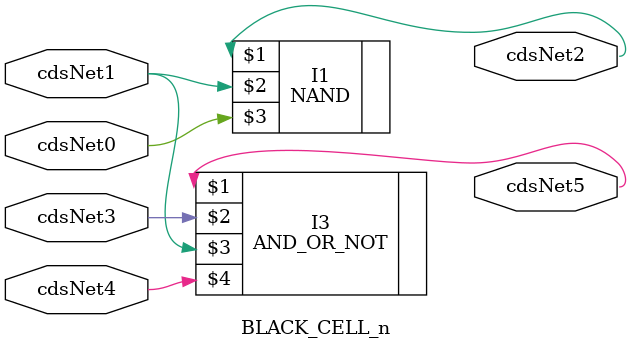
<source format=v>
`timescale 1ns / 1ns 

module BLACK_CELL_n ( cdsNet5, cdsNet2, cdsNet4, cdsNet3, cdsNet1,
     cdsNet0 );
output  cdsNet5, cdsNet2;

input  cdsNet4, cdsNet3, cdsNet1, cdsNet0;


specify 
    specparam CDS_LIBNAME  = "ECE555";
    specparam CDS_CELLNAME = "BLACK_CELL_n";
    specparam CDS_VIEWNAME = "schematic";
endspecify

AND_OR_NOT I3 ( cdsNet5, cdsNet3, cdsNet1, cdsNet4);
NAND I1 ( cdsNet2, cdsNet1, cdsNet0);

endmodule

</source>
